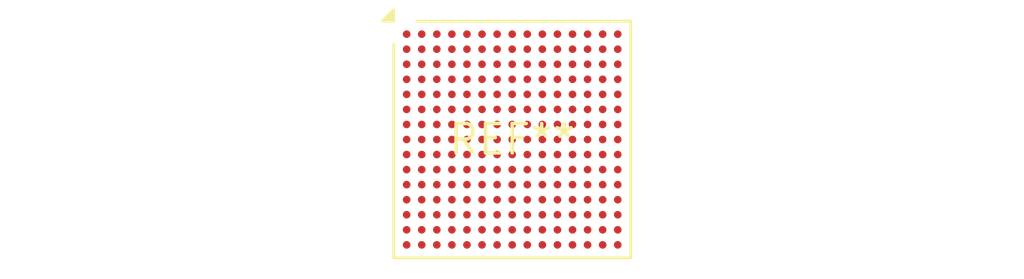
<source format=kicad_pcb>
(kicad_pcb (version 20240108) (generator pcbnew)
  (layers (0 "F.Cu" signal) (31 "B.Cu" signal) (34 "B.Paste" user) (35 "F.Paste" user) (36 "B.SilkS" user "B.Silkscreen") (37 "F.SilkS" user "F.Silkscreen") (38 "B.Mask" user) (39 "F.Mask" user) (44 "Edge.Cuts" user))
  (net 0 "")
  (footprint "TFBGA-225_10x10mm_Layout15x15_P0.65mm" (layer "F.Cu") (at 0 0)
    (property "Reference" "REF**")
    (property "Value" "TFBGA-225_10x10mm_Layout15x15_P0.65mm")
    (fp_line (start -5.11 5.11) (end -5.11 -4.11) (layer "F.SilkS") (stroke (width 0.12)))
    (fp_line (start -4.11 -5.11) (end 5.11 -5.11) (layer "F.SilkS") (stroke (width 0.12)))
    (fp_line (start 5.11 -5.11) (end 5.11 5.11) (layer "F.SilkS") (stroke (width 0.12)))
    (fp_line (start 5.11 5.11) (end -5.11 5.11) (layer "F.SilkS") (stroke (width 0.12)))
    (fp_poly (pts (xy -5.11 -5.11) (xy -5.61 -5.11) (xy -5.11 -5.61) (xy -5.11 -5.11)) (layer "F.SilkS") (stroke (width 0.12)) (fill solid))
    (pad "A1" smd circle (at -4.55 -4.55) (size 0.33 0.33) (property pad_prop_bga) (layers "F.Cu" "F.Paste" "F.Mask"))
    (pad "A2" smd circle (at -3.9 -4.55) (size 0.33 0.33) (property pad_prop_bga) (layers "F.Cu" "F.Paste" "F.Mask"))
    (pad "A3" smd circle (at -3.25 -4.55) (size 0.33 0.33) (property pad_prop_bga) (layers "F.Cu" "F.Paste" "F.Mask"))
    (pad "A4" smd circle (at -2.6 -4.55) (size 0.33 0.33) (property pad_prop_bga) (layers "F.Cu" "F.Paste" "F.Mask"))
    (pad "A5" smd circle (at -1.95 -4.55) (size 0.33 0.33) (property pad_prop_bga) (layers "F.Cu" "F.Paste" "F.Mask"))
    (pad "A6" smd circle (at -1.3 -4.55) (size 0.33 0.33) (property pad_prop_bga) (layers "F.Cu" "F.Paste" "F.Mask"))
    (pad "A7" smd circle (at -0.65 -4.55) (size 0.33 0.33) (property pad_prop_bga) (layers "F.Cu" "F.Paste" "F.Mask"))
    (pad "A8" smd circle (at 0 -4.55) (size 0.33 0.33) (property pad_prop_bga) (layers "F.Cu" "F.Paste" "F.Mask"))
    (pad "A9" smd circle (at 0.65 -4.55) (size 0.33 0.33) (property pad_prop_bga) (layers "F.Cu" "F.Paste" "F.Mask"))
    (pad "A10" smd circle (at 1.3 -4.55) (size 0.33 0.33) (property pad_prop_bga) (layers "F.Cu" "F.Paste" "F.Mask"))
    (pad "A11" smd circle (at 1.95 -4.55) (size 0.33 0.33) (property pad_prop_bga) (layers "F.Cu" "F.Paste" "F.Mask"))
    (pad "A12" smd circle (at 2.6 -4.55) (size 0.33 0.33) (property pad_prop_bga) (layers "F.Cu" "F.Paste" "F.Mask"))
    (pad "A13" smd circle (at 3.25 -4.55) (size 0.33 0.33) (property pad_prop_bga) (layers "F.Cu" "F.Paste" "F.Mask"))
    (pad "A14" smd circle (at 3.9 -4.55) (size 0.33 0.33) (property pad_prop_bga) (layers "F.Cu" "F.Paste" "F.Mask"))
    (pad "A15" smd circle (at 4.55 -4.55) (size 0.33 0.33) (property pad_prop_bga) (layers "F.Cu" "F.Paste" "F.Mask"))
    (pad "B1" smd circle (at -4.55 -3.9) (size 0.33 0.33) (property pad_prop_bga) (layers "F.Cu" "F.Paste" "F.Mask"))
    (pad "B2" smd circle (at -3.9 -3.9) (size 0.33 0.33) (property pad_prop_bga) (layers "F.Cu" "F.Paste" "F.Mask"))
    (pad "B3" smd circle (at -3.25 -3.9) (size 0.33 0.33) (property pad_prop_bga) (layers "F.Cu" "F.Paste" "F.Mask"))
    (pad "B4" smd circle (at -2.6 -3.9) (size 0.33 0.33) (property pad_prop_bga) (layers "F.Cu" "F.Paste" "F.Mask"))
    (pad "B5" smd circle (at -1.95 -3.9) (size 0.33 0.33) (property pad_prop_bga) (layers "F.Cu" "F.Paste" "F.Mask"))
    (pad "B6" smd circle (at -1.3 -3.9) (size 0.33 0.33) (property pad_prop_bga) (layers "F.Cu" "F.Paste" "F.Mask"))
    (pad "B7" smd circle (at -0.65 -3.9) (size 0.33 0.33) (property pad_prop_bga) (layers "F.Cu" "F.Paste" "F.Mask"))
    (pad "B8" smd circle (at 0 -3.9) (size 0.33 0.33) (property pad_prop_bga) (layers "F.Cu" "F.Paste" "F.Mask"))
    (pad "B9" smd circle (at 0.65 -3.9) (size 0.33 0.33) (property pad_prop_bga) (layers "F.Cu" "F.Paste" "F.Mask"))
    (pad "B10" smd circle (at 1.3 -3.9) (size 0.33 0.33) (property pad_prop_bga) (layers "F.Cu" "F.Paste" "F.Mask"))
    (pad "B11" smd circle (at 1.95 -3.9) (size 0.33 0.33) (property pad_prop_bga) (layers "F.Cu" "F.Paste" "F.Mask"))
    (pad "B12" smd circle (at 2.6 -3.9) (size 0.33 0.33) (property pad_prop_bga) (layers "F.Cu" "F.Paste" "F.Mask"))
    (pad "B13" smd circle (at 3.25 -3.9) (size 0.33 0.33) (property pad_prop_bga) (layers "F.Cu" "F.Paste" "F.Mask"))
    (pad "B14" smd circle (at 3.9 -3.9) (size 0.33 0.33) (property pad_prop_bga) (layers "F.Cu" "F.Paste" "F.Mask"))
    (pad "B15" smd circle (at 4.55 -3.9) (size 0.33 0.33) (property pad_prop_bga) (layers "F.Cu" "F.Paste" "F.Mask"))
    (pad "C1" smd circle (at -4.55 -3.25) (size 0.33 0.33) (property pad_prop_bga) (layers "F.Cu" "F.Paste" "F.Mask"))
    (pad "C2" smd circle (at -3.9 -3.25) (size 0.33 0.33) (property pad_prop_bga) (layers "F.Cu" "F.Paste" "F.Mask"))
    (pad "C3" smd circle (at -3.25 -3.25) (size 0.33 0.33) (property pad_prop_bga) (layers "F.Cu" "F.Paste" "F.Mask"))
    (pad "C4" smd circle (at -2.6 -3.25) (size 0.33 0.33) (property pad_prop_bga) (layers "F.Cu" "F.Paste" "F.Mask"))
    (pad "C5" smd circle (at -1.95 -3.25) (size 0.33 0.33) (property pad_prop_bga) (layers "F.Cu" "F.Paste" "F.Mask"))
    (pad "C6" smd circle (at -1.3 -3.25) (size 0.33 0.33) (property pad_prop_bga) (layers "F.Cu" "F.Paste" "F.Mask"))
    (pad "C7" smd circle (at -0.65 -3.25) (size 0.33 0.33) (property pad_prop_bga) (layers "F.Cu" "F.Paste" "F.Mask"))
    (pad "C8" smd circle (at 0 -3.25) (size 0.33 0.33) (property pad_prop_bga) (layers "F.Cu" "F.Paste" "F.Mask"))
    (pad "C9" smd circle (at 0.65 -3.25) (size 0.33 0.33) (property pad_prop_bga) (layers "F.Cu" "F.Paste" "F.Mask"))
    (pad "C10" smd circle (at 1.3 -3.25) (size 0.33 0.33) (property pad_prop_bga) (layers "F.Cu" "F.Paste" "F.Mask"))
    (pad "C11" smd circle (at 1.95 -3.25) (size 0.33 0.33) (property pad_prop_bga) (layers "F.Cu" "F.Paste" "F.Mask"))
    (pad "C12" smd circle (at 2.6 -3.25) (size 0.33 0.33) (property pad_prop_bga) (layers "F.Cu" "F.Paste" "F.Mask"))
    (pad "C13" smd circle (at 3.25 -3.25) (size 0.33 0.33) (property pad_prop_bga) (layers "F.Cu" "F.Paste" "F.Mask"))
    (pad "C14" smd circle (at 3.9 -3.25) (size 0.33 0.33) (property pad_prop_bga) (layers "F.Cu" "F.Paste" "F.Mask"))
    (pad "C15" smd circle (at 4.55 -3.25) (size 0.33 0.33) (property pad_prop_bga) (layers "F.Cu" "F.Paste" "F.Mask"))
    (pad "D1" smd circle (at -4.55 -2.6) (size 0.33 0.33) (property pad_prop_bga) (layers "F.Cu" "F.Paste" "F.Mask"))
    (pad "D2" smd circle (at -3.9 -2.6) (size 0.33 0.33) (property pad_prop_bga) (layers "F.Cu" "F.Paste" "F.Mask"))
    (pad "D3" smd circle (at -3.25 -2.6) (size 0.33 0.33) (property pad_prop_bga) (layers "F.Cu" "F.Paste" "F.Mask"))
    (pad "D4" smd circle (at -2.6 -2.6) (size 0.33 0.33) (property pad_prop_bga) (layers "F.Cu" "F.Paste" "F.Mask"))
    (pad "D5" smd circle (at -1.95 -2.6) (size 0.33 0.33) (property pad_prop_bga) (layers "F.Cu" "F.Paste" "F.Mask"))
    (pad "D6" smd circle (at -1.3 -2.6) (size 0.33 0.33) (property pad_prop_bga) (layers "F.Cu" "F.Paste" "F.Mask"))
    (pad "D7" smd circle (at -0.65 -2.6) (size 0.33 0.33) (property pad_prop_bga) (layers "F.Cu" "F.Paste" "F.Mask"))
    (pad "D8" smd circle (at 0 -2.6) (size 0.33 0.33) (property pad_prop_bga) (layers "F.Cu" "F.Paste" "F.Mask"))
    (pad "D9" smd circle (at 0.65 -2.6) (size 0.33 0.33) (property pad_prop_bga) (layers "F.Cu" "F.Paste" "F.Mask"))
    (pad "D10" smd circle (at 1.3 -2.6) (size 0.33 0.33) (property pad_prop_bga) (layers "F.Cu" "F.Paste" "F.Mask"))
    (pad "D11" smd circle (at 1.95 -2.6) (size 0.33 0.33) (property pad_prop_bga) (layers "F.Cu" "F.Paste" "F.Mask"))
    (pad "D12" smd circle (at 2.6 -2.6) (size 0.33 0.33) (property pad_prop_bga) (layers "F.Cu" "F.Paste" "F.Mask"))
    (pad "D13" smd circle (at 3.25 -2.6) (size 0.33 0.33) (property pad_prop_bga) (layers "F.Cu" "F.Paste" "F.Mask"))
    (pad "D14" smd circle (at 3.9 -2.6) (size 0.33 0.33) (property pad_prop_bga) (layers "F.Cu" "F.Paste" "F.Mask"))
    (pad "D15" smd circle (at 4.55 -2.6) (size 0.33 0.33) (property pad_prop_bga) (layers "F.Cu" "F.Paste" "F.Mask"))
    (pad "E1" smd circle (at -4.55 -1.95) (size 0.33 0.33) (property pad_prop_bga) (layers "F.Cu" "F.Paste" "F.Mask"))
    (pad "E2" smd circle (at -3.9 -1.95) (size 0.33 0.33) (property pad_prop_bga) (layers "F.Cu" "F.Paste" "F.Mask"))
    (pad "E3" smd circle (at -3.25 -1.95) (size 0.33 0.33) (property pad_prop_bga) (layers "F.Cu" "F.Paste" "F.Mask"))
    (pad "E4" smd circle (at -2.6 -1.95) (size 0.33 0.33) (property pad_prop_bga) (layers "F.Cu" "F.Paste" "F.Mask"))
    (pad "E5" smd circle (at -1.95 -1.95) (size 0.33 0.33) (property pad_prop_bga) (layers "F.Cu" "F.Paste" "F.Mask"))
    (pad "E6" smd circle (at -1.3 -1.95) (size 0.33 0.33) (property pad_prop_bga) (layers "F.Cu" "F.Paste" "F.Mask"))
    (pad "E7" smd circle (at -0.65 -1.95) (size 0.33 0.33) (property pad_prop_bga) (layers "F.Cu" "F.Paste" "F.Mask"))
    (pad "E8" smd circle (at 0 -1.95) (size 0.33 0.33) (property pad_prop_bga) (layers "F.Cu" "F.Paste" "F.Mask"))
    (pad "E9" smd circle (at 0.65 -1.95) (size 0.33 0.33) (property pad_prop_bga) (layers "F.Cu" "F.Paste" "F.Mask"))
    (pad "E10" smd circle (at 1.3 -1.95) (size 0.33 0.33) (property pad_prop_bga) (layers "F.Cu" "F.Paste" "F.Mask"))
    (pad "E11" smd circle (at 1.95 -1.95) (size 0.33 0.33) (property pad_prop_bga) (layers "F.Cu" "F.Paste" "F.Mask"))
    (pad "E12" smd circle (at 2.6 -1.95) (size 0.33 0.33) (property pad_prop_bga) (layers "F.Cu" "F.Paste" "F.Mask"))
    (pad "E13" smd circle (at 3.25 -1.95) (size 0.33 0.33) (property pad_prop_bga) (layers "F.Cu" "F.Paste" "F.Mask"))
    (pad "E14" smd circle (at 3.9 -1.95) (size 0.33 0.33) (property pad_prop_bga) (layers "F.Cu" "F.Paste" "F.Mask"))
    (pad "E15" smd circle (at 4.55 -1.95) (size 0.33 0.33) (property pad_prop_bga) (layers "F.Cu" "F.Paste" "F.Mask"))
    (pad "F1" smd circle (at -4.55 -1.3) (size 0.33 0.33) (property pad_prop_bga) (layers "F.Cu" "F.Paste" "F.Mask"))
    (pad "F2" smd circle (at -3.9 -1.3) (size 0.33 0.33) (property pad_prop_bga) (layers "F.Cu" "F.Paste" "F.Mask"))
    (pad "F3" smd circle (at -3.25 -1.3) (size 0.33 0.33) (property pad_prop_bga) (layers "F.Cu" "F.Paste" "F.Mask"))
    (pad "F4" smd circle (at -2.6 -1.3) (size 0.33 0.33) (property pad_prop_bga) (layers "F.Cu" "F.Paste" "F.Mask"))
    (pad "F5" smd circle (at -1.95 -1.3) (size 0.33 0.33) (property pad_prop_bga) (layers "F.Cu" "F.Paste" "F.Mask"))
    (pad "F6" smd circle (at -1.3 -1.3) (size 0.33 0.33) (property pad_prop_bga) (layers "F.Cu" "F.Paste" "F.Mask"))
    (pad "F7" smd circle (at -0.65 -1.3) (size 0.33 0.33) (property pad_prop_bga) (layers "F.Cu" "F.Paste" "F.Mask"))
    (pad "F8" smd circle (at 0 -1.3) (size 0.33 0.33) (property pad_prop_bga) (layers "F.Cu" "F.Paste" "F.Mask"))
    (pad "F9" smd circle (at 0.65 -1.3) (size 0.33 0.33) (property pad_prop_bga) (layers "F.Cu" "F.Paste" "F.Mask"))
    (pad "F10" smd circle (at 1.3 -1.3) (size 0.33 0.33) (property pad_prop_bga) (layers "F.Cu" "F.Paste" "F.Mask"))
    (pad "F11" smd circle (at 1.95 -1.3) (size 0.33 0.33) (property pad_prop_bga) (layers "F.Cu" "F.Paste" "F.Mask"))
    (pad "F12" smd circle (at 2.6 -1.3) (size 0.33 0.33) (property pad_prop_bga) (layers "F.Cu" "F.Paste" "F.Mask"))
    (pad "F13" smd circle (at 3.25 -1.3) (size 0.33 0.33) (property pad_prop_bga) (layers "F.Cu" "F.Paste" "F.Mask"))
    (pad "F14" smd circle (at 3.9 -1.3) (size 0.33 0.33) (property pad_prop_bga) (layers "F.Cu" "F.Paste" "F.Mask"))
    (pad "F15" smd circle (at 4.55 -1.3) (size 0.33 0.33) (property pad_prop_bga) (layers "F.Cu" "F.Paste" "F.Mask"))
    (pad "G1" smd circle (at -4.55 -0.65) (size 0.33 0.33) (property pad_prop_bga) (layers "F.Cu" "F.Paste" "F.Mask"))
    (pad "G2" smd circle (at -3.9 -0.65) (size 0.33 0.33) (property pad_prop_bga) (layers "F.Cu" "F.Paste" "F.Mask"))
    (pad "G3" smd circle (at -3.25 -0.65) (size 0.33 0.33) (property pad_prop_bga) (layers "F.Cu" "F.Paste" "F.Mask"))
    (pad "G4" smd circle (at -2.6 -0.65) (size 0.33 0.33) (property pad_prop_bga) (layers "F.Cu" "F.Paste" "F.Mask"))
    (pad "G5" smd circle (at -1.95 -0.65) (size 0.33 0.33) (property pad_prop_bga) (layers "F.Cu" "F.Paste" "F.Mask"))
    (pad "G6" smd circle (at -1.3 -0.65) (size 0.33 0.33) (property pad_prop_bga) (layers "F.Cu" "F.Paste" "F.Mask"))
    (pad "G7" smd circle (at -0.65 -0.65) (size 0.33 0.33) (property pad_prop_bga) (layers "F.Cu" "F.Paste" "F.Mask"))
    (pad "G8" smd circle (at 0 -0.65) (size 0.33 0.33) (property pad_prop_bga) (layers "F.Cu" "F.Paste" "F.Mask"))
    (pad "G9" smd circle (at 0.65 -0.65) (size 0.33 0.33) (property pad_prop_bga) (layers "F.Cu" "F.Paste" "F.Mask"))
    (pad "G10" smd circle (at 1.3 -0.65) (size 0.33 0.33) (property pad_prop_bga) (layers "F.Cu" "F.Paste" "F.Mask"))
    (pad "G11" smd circle (at 1.95 -0.65) (size 0.33 0.33) (property pad_prop_bga) (layers "F.Cu" "F.Paste" "F.Mask"))
    (pad "G12" smd circle (at 2.6 -0.65) (size 0.33 0.33) (property pad_prop_bga) (layers "F.Cu" "F.Paste" "F.Mask"))
    (pad "G13" smd circle (at 3.25 -0.65) (size 0.33 0.33) (property pad_prop_bga) (layers "F.Cu" "F.Paste" "F.Mask"))
    (pad "G14" smd circle (at 3.9 -0.65) (size 0.33 0.33) (property pad_prop_bga) (layers "F.Cu" "F.Paste" "F.Mask"))
    (pad "G15" smd circle (at 4.55 -0.65) (size 0.33 0.33) (property pad_prop_bga) (layers "F.Cu" "F.Paste" "F.Mask"))
    (pad "H1" smd circle (at -4.55 0) (size 0.33 0.33) (property pad_prop_bga) (layers "F.Cu" "F.Paste" "F.Mask"))
    (pad "H2" smd circle (at -3.9 0) (size 0.33 0.33) (property pad_prop_bga) (layers "F.Cu" "F.Paste" "F.Mask"))
    (pad "H3" smd circle (at -3.25 0) (size 0.33 0.33) (property pad_prop_bga) (layers "F.Cu" "F.Paste" "F.Mask"))
    (pad "H4" smd circle (at -2.6 0) (size 0.33 0.33) (property pad_prop_bga) (layers "F.Cu" "F.Paste" "F.Mask"))
    (pad "H5" smd circle (at -1.95 0) (size 0.33 0.33) (property pad_prop_bga) (layers "F.Cu" "F.Paste" "F.Mask"))
    (pad "H6" smd circle (at -1.3 0) (size 0.33 0.33) (property pad_prop_bga) (layers "F.Cu" "F.Paste" "F.Mask"))
    (pad "H7" smd circle (at -0.65 0) (size 0.33 0.33) (property pad_prop_bga) (layers "F.Cu" "F.Paste" "F.Mask"))
    (pad "H8" smd circle (at 0 0) (size 0.33 0.33) (property pad_prop_bga) (layers "F.Cu" "F.Paste" "F.Mask"))
    (pad "H9" smd circle (at 0.65 0) (size 0.33 0.33) (property pad_prop_bga) (layers "F.Cu" "F.Paste" "F.Mask"))
    (pad "H10" smd circle (at 1.3 0) (size 0.33 0.33) (property pad_prop_bga) (layers "F.Cu" "F.Paste" "F.Mask"))
    (pad "H11" smd circle (at 1.95 0) (size 0.33 0.33) (property pad_prop_bga) (layers "F.Cu" "F.Paste" "F.Mask"))
    (pad "H12" smd circle (at 2.6 0) (size 0.33 0.33) (property pad_prop_bga) (layers "F.Cu" "F.Paste" "F.Mask"))
    (pad "H13" smd circle (at 3.25 0) (size 0.33 0.33) (property pad_prop_bga) (layers "F.Cu" "F.Paste" "F.Mask"))
    (pad "H14" smd circle (at 3.9 0) (size 0.33 0.33) (property pad_prop_bga) (layers "F.Cu" "F.Paste" "F.Mask"))
    (pad "H15" smd circle (at 4.55 0) (size 0.33 0.33) (property pad_prop_bga) (layers "F.Cu" "F.Paste" "F.Mask"))
    (pad "J1" smd circle (at -4.55 0.65) (size 0.33 0.33) (property pad_prop_bga) (layers "F.Cu" "F.Paste" "F.Mask"))
    (pad "J2" smd circle (at -3.9 0.65) (size 0.33 0.33) (property pad_prop_bga) (layers "F.Cu" "F.Paste" "F.Mask"))
    (pad "J3" smd circle (at -3.25 0.65) (size 0.33 0.33) (property pad_prop_bga) (layers "F.Cu" "F.Paste" "F.Mask"))
    (pad "J4" smd circle (at -2.6 0.65) (size 0.33 0.33) (property pad_prop_bga) (layers "F.Cu" "F.Paste" "F.Mask"))
    (pad "J5" smd circle (at -1.95 0.65) (size 0.33 0.33) (property pad_prop_bga) (layers "F.Cu" "F.Paste" "F.Mask"))
    (pad "J6" smd circle (at -1.3 0.65) (size 0.33 0.33) (property pad_prop_bga) (layers "F.Cu" "F.Paste" "F.Mask"))
    (pad "J7" smd circle (at -0.65 0.65) (size 0.33 0.33) (property pad_prop_bga) (layers "F.Cu" "F.Paste" "F.Mask"))
    (pad "J8" smd circle (at 0 0.65) (size 0.33 0.33) (property pad_prop_bga) (layers "F.Cu" "F.Paste" "F.Mask"))
    (pad "J9" smd circle (at 0.65 0.65) (size 0.33 0.33) (property pad_prop_bga) (layers "F.Cu" "F.Paste" "F.Mask"))
    (pad "J10" smd circle (at 1.3 0.65) (size 0.33 0.33) (property pad_prop_bga) (layers "F.Cu" "F.Paste" "F.Mask"))
    (pad "J11" smd circle (at 1.95 0.65) (size 0.33 0.33) (property pad_prop_bga) (layers "F.Cu" "F.Paste" "F.Mask"))
    (pad "J12" smd circle (at 2.6 0.65) (size 0.33 0.33) (property pad_prop_bga) (layers "F.Cu" "F.Paste" "F.Mask"))
    (pad "J13" smd circle (at 3.25 0.65) (size 0.33 0.33) (property pad_prop_bga) (layers "F.Cu" "F.Paste" "F.Mask"))
    (pad "J14" smd circle (at 3.9 0.65) (size 0.33 0.33) (property pad_prop_bga) (layers "F.Cu" "F.Paste" "F.Mask"))
    (pad "J15" smd circle (at 4.55 0.65) (size 0.33 0.33) (property pad_prop_bga) (layers "F.Cu" "F.Paste" "F.Mask"))
    (pad "K1" smd circle (at -4.55 1.3) (size 0.33 0.33) (property pad_prop_bga) (layers "F.Cu" "F.Paste" "F.Mask"))
    (pad "K2" smd circle (at -3.9 1.3) (size 0.33 0.33) (property pad_prop_bga) (layers "F.Cu" "F.Paste" "F.Mask"))
    (pad "K3" smd circle (at -3.25 1.3) (size 0.33 0.33) (property pad_prop_bga) (layers "F.Cu" "F.Paste" "F.Mask"))
    (pad "K4" smd circle (at -2.6 1.3) (size 0.33 0.33) (property pad_prop_bga) (layers "F.Cu" "F.Paste" "F.Mask"))
    (pad "K5" smd circle (at -1.95 1.3) (size 0.33 0.33) (property pad_prop_bga) (layers "F.Cu" "F.Paste" "F.Mask"))
    (pad "K6" smd circle (at -1.3 1.3) (size 0.33 0.33) (property pad_prop_bga) (layers "F.Cu" "F.Paste" "F.Mask"))
    (pad "K7" smd circle (at -0.65 1.3) (size 0.33 0.33) (property pad_prop_bga) (layers "F.Cu" "F.Paste" "F.Mask"))
    (pad "K8" smd circle (at 0 1.3) (size 0.33 0.33) (property pad_prop_bga) (layers "F.Cu" "F.Paste" "F.Mask"))
    (pad "K9" smd circle (at 0.65 1.3) (size 0.33 0.33) (property pad_prop_bga) (layers "F.Cu" "F.Paste" "F.Mask"))
    (pad "K10" smd circle (at 1.3 1.3) (size 0.33 0.33) (property pad_prop_bga) (layers "F.Cu" "F.Paste" "F.Mask"))
    (pad "K11" smd circle (at 1.95 1.3) (size 0.33 0.33) (property pad_prop_bga) (layers "F.Cu" "F.Paste" "F.Mask"))
    (pad "K12" smd circle (at 2.6 1.3) (size 0.33 0.33) (property pad_prop_bga) (layers "F.Cu" "F.Paste" "F.Mask"))
    (pad "K13" smd circle (at 3.25 1.3) (size 0.33 0.33) (property pad_prop_bga) (layers "F.Cu" "F.Paste" "F.Mask"))
    (pad "K14" smd circle (at 3.9 1.3) (size 0.33 0.33) (property pad_prop_bga) (layers "F.Cu" "F.Paste" "F.Mask"))
    (pad "K15" smd circle (at 4.55 1.3) (size 0.33 0.33) (property pad_prop_bga) (layers "F.Cu" "F.Paste" "F.Mask"))
    (pad "L1" smd circle (at -4.55 1.95) (size 0.33 0.33) (property pad_prop_bga) (layers "F.Cu" "F.Paste" "F.Mask"))
    (pad "L2" smd circle (at -3.9 1.95) (size 0.33 0.33) (property pad_prop_bga) (layers "F.Cu" "F.Paste" "F.Mask"))
    (pad "L3" smd circle (at -3.25 1.95) (size 0.33 0.33) (property pad_prop_bga) (layers "F.Cu" "F.Paste" "F.Mask"))
    (pad "L4" smd circle (at -2.6 1.95) (size 0.33 0.33) (property pad_prop_bga) (layers "F.Cu" "F.Paste" "F.Mask"))
    (pad "L5" smd circle (at -1.95 1.95) (size 0.33 0.33) (property pad_prop_bga) (layers "F.Cu" "F.Paste" "F.Mask"))
    (pad "L6" smd circle (at -1.3 1.95) (size 0.33 0.33) (property pad_prop_bga) (layers "F.Cu" "F.Paste" "F.Mask"))
    (pad "L7" smd circle (at -0.65 1.95) (size 0.33 0.33) (property pad_prop_bga) (layers "F.Cu" "F.Paste" "F.Mask"))
    (pad "L8" smd circle (at 0 1.95) (size 0.33 0.33) (property pad_prop_bga) (layers "F.Cu" "F.Paste" "F.Mask"))
    (pad "L9" smd circle (at 0.65 1.95) (size 0.33 0.33) (property pad_prop_bga) (layers "F.Cu" "F.Paste" "F.Mask"))
    (pad "L10" smd circle (at 1.3 1.95) (size 0.33 0.33) (property pad_prop_bga) (layers "F.Cu" "F.Paste" "F.Mask"))
    (pad "L11" smd circle (at 1.95 1.95) (size 0.33 0.33) (property pad_prop_bga) (layers "F.Cu" "F.Paste" "F.Mask"))
    (pad "L12" smd circle (at 2.6 1.95) (size 0.33 0.33) (property pad_prop_bga) (layers "F.Cu" "F.Paste" "F.Mask"))
    (pad "L13" smd circle (at 3.25 1.95) (size 0.33 0.33) (property pad_prop_bga) (layers "F.Cu" "F.Paste" "F.Mask"))
    (pad "L14" smd circle (at 3.9 1.95) (size 0.33 0.33) (property pad_prop_bga) (layers "F.Cu" "F.Paste" "F.Mask"))
    (pad "L15" smd circle (at 4.55 1.95) (size 0.33 0.33) (property pad_prop_bga) (layers "F.Cu" "F.Paste" "F.Mask"))
    (pad "M1" smd circle (at -4.55 2.6) (size 0.33 0.33) (property pad_prop_bga) (layers "F.Cu" "F.Paste" "F.Mask"))
    (pad "M2" smd circle (at -3.9 2.6) (size 0.33 0.33) (property pad_prop_bga) (layers "F.Cu" "F.Paste" "F.Mask"))
    (pad "M3" smd circle (at -3.25 2.6) (size 0.33 0.33) (property pad_prop_bga) (layers "F.Cu" "F.Paste" "F.Mask"))
    (pad "M4" smd circle (at -2.6 2.6) (size 0.33 0.33) (property pad_prop_bga) (layers "F.Cu" "F.Paste" "F.Mask"))
    (pad "M5" smd circle (at -1.95 2.6) (size 0.33 0.33) (property pad_prop_bga) (layers "F.Cu" "F.Paste" "F.Mask"))
    (pad "M6" smd circle (at -1.3 2.6) (size 0.33 0.33) (property pad_prop_bga) (layers "F.Cu" "F.Paste" "F.Mask"))
    (pad "M7" smd circle (at -0.65 2.6) (size 0.33 0.33) (property pad_prop_bga) (layers "F.Cu" "F.Paste" "F.Mask"))
    (pad "M8" smd circle (at 0 2.6) (size 0.33 0.33) (property pad_prop_bga) (layers "F.Cu" "F.Paste" "F.Mask"))
    (pad "M9" smd circle (at 0.65 2.6) (size 0.33 0.33) (property pad_prop_bga) (layers "F.Cu" "F.Paste" "F.Mask"))
    (pad "M10" smd circle (at 1.3 2.6) (size 0.33 0.33) (property pad_prop_bga) (layers "F.Cu" "F.Paste" "F.Mask"))
    (pad "M11" smd circle (at 1.95 2.6) (size 0.33 0.33) (property pad_prop_bga) (layers "F.Cu" "F.Paste" "F.Mask"))
    (pad "M12" smd circle (at 2.6 2.6) (size 0.33 0.33) (property pad_prop_bga) (layers "F.Cu" "F.Paste" "F.Mask"))
    (pad "M13" smd circle (at 3.25 2.6) (size 0.33 0.33) (property pad_prop_bga) (layers "F.Cu" "F.Paste" "F.Mask"))
    (pad "M14" smd circle (at 3.9 2.6) (size 0.33 0.33) (property pad_prop_bga) (layers "F.Cu" "F.Paste" "F.Mask"))
    (pad "M15" smd circle (at 4.55 2.6) (size 0.33 0.33) (property pad_prop_bga) (layers "F.Cu" "F.Paste" "F.Mask"))
    (pad "N1" smd circle (at -4.55 3.25) (size 0.33 0.33) (property pad_prop_bga) (layers "F.Cu" "F.Paste" "F.Mask"))
    (pad "N2" smd circle (at -3.9 3.25) (size 0.33 0.33) (property pad_prop_bga) (layers "F.Cu" "F.Paste" "F.Mask"))
    (pad "N3" smd circle (at -3.25 3.25) (size 0.33 0.33) (property pad_prop_bga) (layers "F.Cu" "F.Paste" "F.Mask"))
    (pad "N4" smd circle (at -2.6 3.25) (size 0.33 0.33) (property pad_prop_bga) (layers "F.Cu" "F.Paste" "F.Mask"))
    (pad "N5" smd circle (at -1.95 3.25) (size 0.33 0.33) (property pad_prop_bga) (layers "F.Cu" "F.Paste" "F.Mask"))
    (pad "N6" smd circle (at -1.3 3.25) (size 0.33 0.33) (property pad_prop_bga) (layers "F.Cu" "F.Paste" "F.Mask"))
    (pad "N7" smd circle (at -0.65 3.25) (size 0.33 0.33) (property pad_prop_bga) (layers "F.Cu" "F.Paste" "F.Mask"))
    (pad "N8" smd circle (at 0 3.25) (size 0.33 0.33) (property pad_prop_bga) (layers "F.Cu" "F.Paste" "F.Mask"))
    (pad "N9" smd circle (at 0.65 3.25) (size 0.33 0.33) (property pad_prop_bga) (layers "F.Cu" "F.Paste" "F.Mask"))
    (pad "N10" smd circle (at 1.3 3.25) (size 0.33 0.33) (property pad_prop_bga) (layers "F.Cu" "F.Paste" "F.Mask"))
    (pad "N11" smd circle (at 1.95 3.25) (size 0.33 0.33) (property pad_prop_bga) (layers "F.Cu" "F.Paste" "F.Mask"))
    (pad "N12" smd circle (at 2.6 3.25) (size 0.33 0.33) (property pad_prop_bga) (layers "F.Cu" "F.Paste" "F.Mask"))
    (pad "N13" smd circle (at 3.25 3.25) (size 0.33 0.33) (property pad_prop_bga) (layers "F.Cu" "F.Paste" "F.Mask"))
    (pad "N14" smd circle (at 3.9 3.25) (size 0.33 0.33) (property pad_prop_bga) (layers "F.Cu" "F.Paste" "F.Mask"))
    (pad "N15" smd circle (at 4.55 3.25) (size 0.33 0.33) (property pad_prop_bga) (layers "F.Cu" "F.Paste" "F.Mask"))
    (pad "P1" smd circle (at -4.55 3.9) (size 0.33 0.33) (property pad_prop_bga) (layers "F.Cu" "F.Paste" "F.Mask"))
    (pad "P2" smd circle (at -3.9 3.9) (size 0.33 0.33) (property pad_prop_bga) (layers "F.Cu" "F.Paste" "F.Mask"))
    (pad "P3" smd circle (at -3.25 3.9) (size 0.33 0.33) (property pad_prop_bga) (layers "F.Cu" "F.Paste" "F.Mask"))
    (pad "P4" smd circle (at -2.6 3.9) (size 0.33 0.33) (property pad_prop_bga) (layers "F.Cu" "F.Paste" "F.Mask"))
    (pad "P5" smd circle (at -1.95 3.9) (size 0.33 0.33) (property pad_prop_bga) (layers "F.Cu" "F.Paste" "F.Mask"))
    (pad "P6" smd circle (at -1.3 3.9) (size 0.33 0.33) (property pad_prop_bga) (layers "F.Cu" "F.Paste" "F.Mask"))
    (pad "P7" smd circle (at -0.65 3.9) (size 0.33 0.33) (property pad_prop_bga) (layers "F.Cu" "F.Paste" "F.Mask"))
    (pad "P8" smd circle (at 0 3.9) (size 0.33 0.33) (property pad_prop_bga) (layers "F.Cu" "F.Paste" "F.Mask"))
    (pad "P9" smd circle (at 0.65 3.9) (size 0.33 0.33) (property pad_prop_bga) (layers "F.Cu" "F.Paste" "F.Mask"))
    (pad "P10" smd circle (at 1.3 3.9) (size 0.33 0.33) (property pad_prop_bga) (layers "F.Cu" "F.Paste" "F.Mask"))
    (pad "P11" smd circle (at 1.95 3.9) (size 0.33 0.33) (property pad_prop_bga) (layers "F.Cu" "F.Paste" "F.Mask"))
    (pad "P12" smd circle (at 2.6 3.9) (size 0.33 0.33) (property pad_prop_bga) (layers "F.Cu" "F.Paste" "F.Mask"))
    (pad "P13" smd circle (at 3.25 3.9) (size 0.33 0.33) (property pad_prop_bga) (layers "F.Cu" "F.Paste" "F.Mask"))
    (pad "P14" smd circle (at 3.9 3.9) (size 0.33 0.33) (property pad_prop_bga) (layers "F.Cu" "F.Paste" "F.Mask"))
    (pad "P15" smd circle (at 4.55 3.9) (size 0.33 0.33) (property pad_prop_bga) (layers "F.Cu" "F.Paste" "F.Mask"))
    (pad "R1" smd circle (at -4.55 4.55) (size 0.33 0.33) (property pad_prop_bga) (layers "F.Cu" "F.Paste" "F.Mask"))
    (pad "R2" smd circle (at -3.9 4.55) (size 0.33 0.33) (property pad_prop_bga) (layers "F.Cu" "F.Paste" "F.Mask"))
    (pad "R3" smd circle (at -3.25 4.55) (size 0.33 0.33) (property pad_prop_bga) (layers "F.Cu" "F.Paste" "F.Mask"))
    (pad "R4" smd circle (at -2.6 4.55) (size 0.33 0.33) (property pad_prop_bga) (layers "F.Cu" "F.Paste" "F.Mask"))
    (pad "R5" smd circle (at -1.95 4.55) (size 0.33 0.33) (property pad_prop_bga) (layers "F.Cu" "F.Paste" "F.Mask"))
    (pad "R6" smd circle (at -1.3 4.55) (size 0.33 0.33) (property pad_prop_bga) (layers "F.Cu" "F.Paste" "F.Mask"))
    (pad "R7" smd circle (at -0.65 4.55) (size 0.33 0.33) (property pad_prop_bga) (layers "F.Cu" "F.Paste" "F.Mask"))
    (pad "R8" smd circle (at 0 4.55) (size 0.33 0.33) (property pad_prop_bga) (layers "F.Cu" "F.Paste" "F.Mask"))
    (pad "R9" smd circle (at 0.65 4.55) (size 0.33 0.33) (property pad_prop_bga) (layers "F.Cu" "F.Paste" "F.Mask"))
    (pad "R10" smd circle (at 1.3 4.55) (size 0.33 0.33) (property pad_prop_bga) (layers "F.Cu" "F.Paste" "F.Mask"))
    (pad "R11" smd circle (at 1.95 4.55) (size 0.33 0.33) (property pad_prop_bga) (layers "F.Cu" "F.Paste" "F.Mask"))
    (pad "R12" smd circle (at 2.6 4.55) (size 0.33 0.33) (property pad_prop_bga) (layers "F.Cu" "F.Paste" "F.Mask"))
    (pad "R13" smd circle (at 3.25 4.55) (size 0.33 0.33) (property pad_prop_bga) (layers "F.Cu" "F.Paste" "F.Mask"))
    (pad "R14" smd circle (at 3.9 4.55) (size 0.33 0.33) (property pad_prop_bga) (layers "F.Cu" "F.Paste" "F.Mask"))
    (pad "R15" smd circle (at 4.55 4.55) (size 0.33 0.33) (property pad_prop_bga) (layers "F.Cu" "F.Paste" "F.Mask"))
  )
)
</source>
